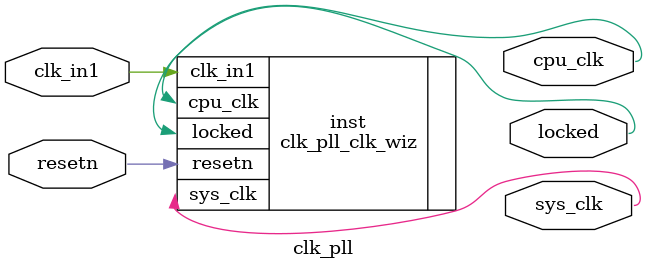
<source format=v>


`timescale 1ps/1ps

(* CORE_GENERATION_INFO = "clk_pll,clk_wiz_v6_0_13_0_0,{component_name=clk_pll,use_phase_alignment=true,use_min_o_jitter=false,use_max_i_jitter=false,use_dyn_phase_shift=false,use_inclk_switchover=false,use_dyn_reconfig=false,enable_axi=0,feedback_source=FDBK_AUTO,PRIMITIVE=PLL,num_out_clk=2,clkin1_period=10.000,clkin2_period=10.000,use_power_down=false,use_reset=true,use_locked=true,use_inclk_stopped=false,feedback_type=SINGLE,CLOCK_MGR_TYPE=NA,manual_override=false}" *)

module clk_pll 
 (
  // Clock out ports
  output        cpu_clk,
  output        sys_clk,
  // Status and control signals
  input         resetn,
  output        locked,
 // Clock in ports
  input         clk_in1
 );

  clk_pll_clk_wiz inst
  (
  // Clock out ports  
  .cpu_clk(cpu_clk),
  .sys_clk(sys_clk),
  // Status and control signals               
  .resetn(resetn), 
  .locked(locked),
 // Clock in ports
  .clk_in1(clk_in1)
  );

endmodule

</source>
